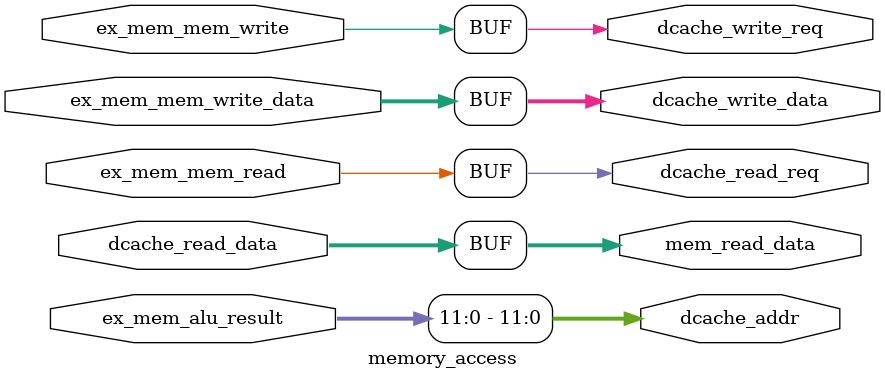
<source format=v>
module memory_access (
    input [31:0] ex_mem_alu_result, ex_mem_mem_write_data,
    input ex_mem_mem_write, ex_mem_mem_read,
    output [31:0] mem_read_data,
    
    // dcache interface
    output dcache_read_req,
    output dcache_write_req,
    output [11:0] dcache_addr,
    output [31:0] dcache_write_data,
    input [31:0] dcache_read_data
);
    // dcache connect
    assign dcache_read_req = ex_mem_mem_read;
    assign dcache_write_req = ex_mem_mem_write;
    assign dcache_addr = ex_mem_alu_result[11:0];
    assign dcache_write_data = ex_mem_mem_write_data;
    assign mem_read_data = dcache_read_data;
endmodule
</source>
